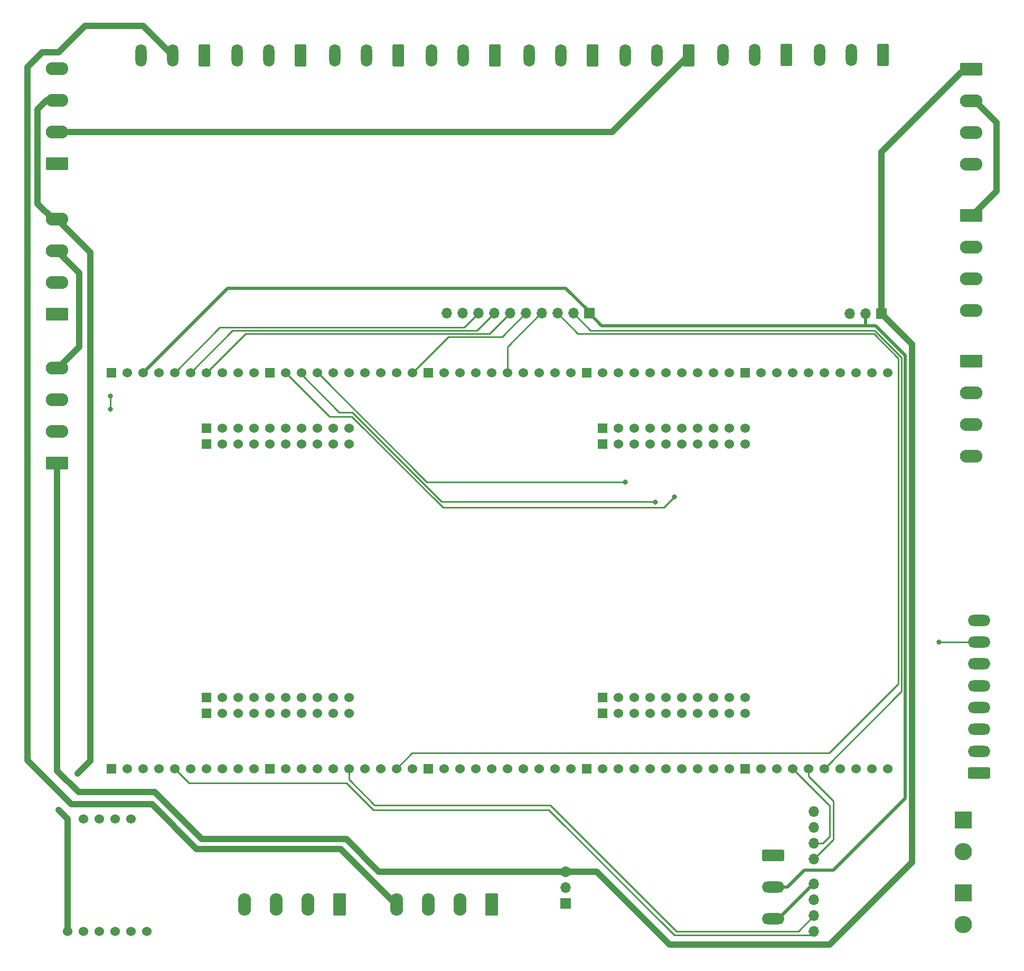
<source format=gbr>
%TF.GenerationSoftware,KiCad,Pcbnew,(6.0.6)*%
%TF.CreationDate,2022-09-09T15:48:10+03:00*%
%TF.ProjectId,main_board,6d61696e-5f62-46f6-9172-642e6b696361,rev?*%
%TF.SameCoordinates,Original*%
%TF.FileFunction,Copper,L2,Bot*%
%TF.FilePolarity,Positive*%
%FSLAX46Y46*%
G04 Gerber Fmt 4.6, Leading zero omitted, Abs format (unit mm)*
G04 Created by KiCad (PCBNEW (6.0.6)) date 2022-09-09 15:48:10*
%MOMM*%
%LPD*%
G01*
G04 APERTURE LIST*
G04 Aperture macros list*
%AMRoundRect*
0 Rectangle with rounded corners*
0 $1 Rounding radius*
0 $2 $3 $4 $5 $6 $7 $8 $9 X,Y pos of 4 corners*
0 Add a 4 corners polygon primitive as box body*
4,1,4,$2,$3,$4,$5,$6,$7,$8,$9,$2,$3,0*
0 Add four circle primitives for the rounded corners*
1,1,$1+$1,$2,$3*
1,1,$1+$1,$4,$5*
1,1,$1+$1,$6,$7*
1,1,$1+$1,$8,$9*
0 Add four rect primitives between the rounded corners*
20,1,$1+$1,$2,$3,$4,$5,0*
20,1,$1+$1,$4,$5,$6,$7,0*
20,1,$1+$1,$6,$7,$8,$9,0*
20,1,$1+$1,$8,$9,$2,$3,0*%
G04 Aperture macros list end*
%TA.AperFunction,ComponentPad*%
%ADD10O,1.700000X1.700000*%
%TD*%
%TA.AperFunction,ComponentPad*%
%ADD11R,2.800000X2.800000*%
%TD*%
%TA.AperFunction,ComponentPad*%
%ADD12O,2.800000X2.800000*%
%TD*%
%TA.AperFunction,ComponentPad*%
%ADD13RoundRect,0.249999X1.550001X-0.790001X1.550001X0.790001X-1.550001X0.790001X-1.550001X-0.790001X0*%
%TD*%
%TA.AperFunction,ComponentPad*%
%ADD14O,3.600000X2.080000*%
%TD*%
%TA.AperFunction,ComponentPad*%
%ADD15C,1.524000*%
%TD*%
%TA.AperFunction,ComponentPad*%
%ADD16RoundRect,0.249999X-1.550001X0.790001X-1.550001X-0.790001X1.550001X-0.790001X1.550001X0.790001X0*%
%TD*%
%TA.AperFunction,ComponentPad*%
%ADD17R,1.700000X1.700000*%
%TD*%
%TA.AperFunction,ComponentPad*%
%ADD18O,1.800000X3.600000*%
%TD*%
%TA.AperFunction,ComponentPad*%
%ADD19RoundRect,0.250000X0.650000X1.550000X-0.650000X1.550000X-0.650000X-1.550000X0.650000X-1.550000X0*%
%TD*%
%TA.AperFunction,ComponentPad*%
%ADD20RoundRect,0.250000X1.550000X-0.650000X1.550000X0.650000X-1.550000X0.650000X-1.550000X-0.650000X0*%
%TD*%
%TA.AperFunction,ComponentPad*%
%ADD21O,3.600000X1.800000*%
%TD*%
%TA.AperFunction,ComponentPad*%
%ADD22RoundRect,0.249999X0.790001X1.550001X-0.790001X1.550001X-0.790001X-1.550001X0.790001X-1.550001X0*%
%TD*%
%TA.AperFunction,ComponentPad*%
%ADD23O,2.080000X3.600000*%
%TD*%
%TA.AperFunction,ComponentPad*%
%ADD24R,1.524000X1.524000*%
%TD*%
%TA.AperFunction,ComponentPad*%
%ADD25RoundRect,0.250000X-1.550000X0.650000X-1.550000X-0.650000X1.550000X-0.650000X1.550000X0.650000X0*%
%TD*%
%TA.AperFunction,ViaPad*%
%ADD26C,0.800000*%
%TD*%
%TA.AperFunction,Conductor*%
%ADD27C,0.250000*%
%TD*%
%TA.AperFunction,Conductor*%
%ADD28C,0.500000*%
%TD*%
%TA.AperFunction,Conductor*%
%ADD29C,1.000000*%
%TD*%
G04 APERTURE END LIST*
D10*
%TO.P,U4,1,3.3V*%
%TO.N,/TRANSCEIVER_ON_OFF*%
X142536400Y-147451200D03*
%TO.P,U4,2,GND*%
%TO.N,GND*%
X142536400Y-149991200D03*
%TO.P,U4,3,RX*%
%TO.N,DCAN1RX*%
X142536400Y-152531200D03*
%TO.P,U4,4,TX*%
%TO.N,DCAN1TX*%
X142536400Y-155071200D03*
D11*
%TO.P,U4,5,CANH*%
%TO.N,/CANH_BMS*%
X166502400Y-148841200D03*
D12*
%TO.P,U4,6,CANL*%
%TO.N,/CANL_BMS*%
X166502400Y-153921200D03*
%TD*%
D10*
%TO.P,U3,1,3.3V*%
%TO.N,/TRANSCEIVER_ON_OFF*%
X142587200Y-159084400D03*
%TO.P,U3,2,GND*%
%TO.N,GND*%
X142587200Y-161624400D03*
%TO.P,U3,3,RX*%
%TO.N,GIOB_3{slash}DCAN4RX*%
X142587200Y-164164400D03*
%TO.P,U3,4,TX*%
%TO.N,GIOB_2{slash}DCAN4TX*%
X142587200Y-166704400D03*
D11*
%TO.P,U3,5,CANH*%
%TO.N,/CANH_CURTIS*%
X166553200Y-160474400D03*
D12*
%TO.P,U3,6,CANL*%
%TO.N,/CANL_CURTIS*%
X166553200Y-165554400D03*
%TD*%
D13*
%TO.P,J5,1,Pin_1*%
%TO.N,+5V*%
X21285200Y-91592400D03*
D14*
%TO.P,J5,2,Pin_2*%
X21285200Y-86512400D03*
%TO.P,J5,3,Pin_3*%
X21285200Y-81432400D03*
%TO.P,J5,4,Pin_4*%
X21285200Y-76352400D03*
%TD*%
D15*
%TO.P,U1,1,Vin*%
%TO.N,+5V*%
X22963800Y-166625000D03*
%TO.P,U1,2,3Vo*%
%TO.N,unconnected-(U1-Pad2)*%
X25503800Y-166625000D03*
%TO.P,U1,3,GND*%
%TO.N,GND*%
X28043800Y-166625000D03*
%TO.P,U1,4,SDA*%
%TO.N,MIBSPI3NCS_2{slash}I2C1_SDA{slash}N2HET1_27{slash}NTZ1_2*%
X30583800Y-166625000D03*
%TO.P,U1,5,SCL*%
%TO.N,MIBSPI3NCS_3{slash}I2C1_SCL{slash}N2HET1_29{slash}NTZ1_1*%
X33123800Y-166625000D03*
%TO.P,U1,6,RESET*%
%TO.N,unconnected-(U1-Pad6)*%
X35663800Y-166625000D03*
%TO.P,U1,7,PS0_3V*%
%TO.N,unconnected-(U1-Pad7)*%
X25503800Y-148591000D03*
%TO.P,U1,8,PS1_3V*%
%TO.N,unconnected-(U1-Pad8)*%
X28043800Y-148591000D03*
%TO.P,U1,9,INT_3V*%
%TO.N,unconnected-(U1-Pad9)*%
X30583800Y-148591000D03*
%TO.P,U1,10,I2C_ADDR_3V*%
%TO.N,unconnected-(U1-Pad10)*%
X33123800Y-148591000D03*
%TD*%
D13*
%TO.P,J1,1,Pin_1*%
%TO.N,N2HET2_2{slash}N2HET2_NDIS*%
X21285200Y-43586400D03*
D14*
%TO.P,J1,2,Pin_2*%
%TO.N,/SARJ START*%
X21285200Y-38506400D03*
%TO.P,J1,3,Pin_3*%
%TO.N,GND*%
X21285200Y-33426400D03*
%TO.P,J1,4,Pin_4*%
X21285200Y-28346400D03*
%TD*%
D16*
%TO.P,J2,1,Pin_1*%
%TO.N,+5V*%
X167781100Y-28448000D03*
D14*
%TO.P,J2,2,Pin_2*%
%TO.N,+12V*%
X167781100Y-33528000D03*
%TO.P,J2,3,Pin_3*%
%TO.N,+24V*%
X167781100Y-38608000D03*
%TO.P,J2,4,Pin_4*%
%TO.N,GND*%
X167781100Y-43688000D03*
%TD*%
D17*
%TO.P,MODULE1,1,JD-VCC*%
%TO.N,+5V*%
X153408000Y-67586000D03*
D10*
%TO.P,MODULE1,2,VCC*%
%TO.N,+3V3*%
X150868000Y-67586000D03*
%TO.P,MODULE1,3,GND*%
%TO.N,GND*%
X148328000Y-67586000D03*
%TO.P,MODULE1,4,GND*%
X83693000Y-67564000D03*
%TO.P,MODULE1,5,IN1*%
%TO.N,N2HET2_9*%
X86233000Y-67564000D03*
%TO.P,MODULE1,6,IN2*%
%TO.N,N2HET2_0*%
X88773000Y-67564000D03*
%TO.P,MODULE1,7,IN3*%
%TO.N,N2HET2_1{slash}N2HET1_NDIS*%
X91313000Y-67564000D03*
%TO.P,MODULE1,8,IN4*%
%TO.N,N2HET2_6*%
X93853000Y-67564000D03*
%TO.P,MODULE1,9,IN5*%
%TO.N,N2HET2_7{slash}MIBSPI2NCS_0*%
X96393000Y-67564000D03*
%TO.P,MODULE1,10,IN6*%
%TO.N,N2HET2_10*%
X98933000Y-67564000D03*
%TO.P,MODULE1,11,IN7*%
%TO.N,N2HET2_8*%
X101473000Y-67564000D03*
%TO.P,MODULE1,12,IN8*%
%TO.N,N2HET2_13{slash}MIBSPI2SOMI*%
X104013000Y-67564000D03*
D17*
%TO.P,MODULE1,13,VCC*%
%TO.N,+3V3*%
X106553000Y-67564000D03*
D18*
%TO.P,MODULE1,14,K1_NC*%
%TO.N,unconnected-(MODULE1-Pad14)*%
X34671000Y-26199000D03*
%TO.P,MODULE1,15,K1_COM*%
%TO.N,+24V*%
X39751000Y-26199000D03*
D19*
%TO.P,MODULE1,16,K1_NO*%
%TO.N,/BUZZER ALARM*%
X44831000Y-26199000D03*
D18*
%TO.P,MODULE1,17,K2_NC*%
%TO.N,unconnected-(MODULE1-Pad17)*%
X50131000Y-26199000D03*
%TO.P,MODULE1,18,K2_COM*%
%TO.N,+24V*%
X55211000Y-26199000D03*
D19*
%TO.P,MODULE1,19,K2_NO*%
%TO.N,/RED ALARM*%
X60291000Y-26199000D03*
D18*
%TO.P,MODULE1,20,K3_NC*%
%TO.N,unconnected-(MODULE1-Pad20)*%
X65786000Y-26199000D03*
%TO.P,MODULE1,21,K3_COM*%
%TO.N,+24V*%
X70866000Y-26199000D03*
D19*
%TO.P,MODULE1,22,K3_NO*%
%TO.N,/YELLOW ALARM*%
X75946000Y-26199000D03*
D18*
%TO.P,MODULE1,23,K4_NC*%
%TO.N,unconnected-(MODULE1-Pad23)*%
X81246000Y-26199000D03*
%TO.P,MODULE1,24,K4_COM*%
%TO.N,+24V*%
X86326000Y-26199000D03*
D19*
%TO.P,MODULE1,25,K4_NO*%
%TO.N,/GREEN ALARM*%
X91406000Y-26199000D03*
D18*
%TO.P,MODULE1,26,K5_NC*%
%TO.N,unconnected-(MODULE1-Pad26)*%
X96901000Y-26199000D03*
%TO.P,MODULE1,27,K5_COM*%
%TO.N,/KAPI_KUMANDA_SW1*%
X101981000Y-26199000D03*
D19*
%TO.P,MODULE1,28,K5_NO*%
%TO.N,/KAPI_KUMANDA_SW2*%
X107061000Y-26199000D03*
D18*
%TO.P,MODULE1,29,K6_NC*%
%TO.N,unconnected-(MODULE1-Pad29)*%
X112361000Y-26199000D03*
%TO.P,MODULE1,30,K6_COM*%
%TO.N,+24V*%
X117441000Y-26199000D03*
D19*
%TO.P,MODULE1,31,K6_NO*%
%TO.N,/SARJ START*%
X122521000Y-26199000D03*
D18*
%TO.P,MODULE1,32,K7_NC*%
%TO.N,unconnected-(MODULE1-Pad32)*%
X128050000Y-26162000D03*
%TO.P,MODULE1,33,K7_COM*%
%TO.N,/PC_ON_HEADER_GND*%
X133130000Y-26162000D03*
D19*
%TO.P,MODULE1,34,K7_NO*%
%TO.N,/PC_ON_HEADER*%
X138210000Y-26162000D03*
D18*
%TO.P,MODULE1,35,K8_NC*%
%TO.N,unconnected-(MODULE1-Pad35)*%
X143510000Y-26162000D03*
%TO.P,MODULE1,36,K8_COM*%
%TO.N,unconnected-(MODULE1-Pad36)*%
X148590000Y-26162000D03*
D19*
%TO.P,MODULE1,37,K8_NO*%
%TO.N,unconnected-(MODULE1-Pad37)*%
X153670000Y-26162000D03*
%TD*%
D20*
%TO.P,J4,1,Pin_1*%
%TO.N,N2HET2_23*%
X169095300Y-141264500D03*
D21*
%TO.P,J4,2,Pin_2*%
%TO.N,N2HET2_11*%
X169095300Y-137764500D03*
%TO.P,J4,3,Pin_3*%
%TO.N,DCAN2TX*%
X169095300Y-134264500D03*
%TO.P,J4,4,Pin_4*%
%TO.N,DCAN2RX*%
X169095300Y-130764500D03*
%TO.P,J4,5,Pin_5*%
%TO.N,AD2IN_23*%
X169095300Y-127264500D03*
%TO.P,J4,6,Pin_6*%
%TO.N,AD2IN_24*%
X169095300Y-123764500D03*
%TO.P,J4,7,Pin_7*%
%TO.N,N2HET2_3{slash}MIBSPI2CLK*%
X169095300Y-120264500D03*
%TO.P,J4,8,Pin_8*%
%TO.N,N2HET2_4*%
X169095300Y-116764500D03*
%TD*%
D22*
%TO.P,J9,1,Pin_1*%
%TO.N,GND*%
X66548000Y-162356800D03*
D23*
%TO.P,J9,2,Pin_2*%
X61468000Y-162356800D03*
%TO.P,J9,3,Pin_3*%
X56388000Y-162356800D03*
%TO.P,J9,4,Pin_4*%
X51308000Y-162356800D03*
%TD*%
D16*
%TO.P,J6,1,Pin_1*%
%TO.N,+12V*%
X167813100Y-51866800D03*
D14*
%TO.P,J6,2,Pin_2*%
X167813100Y-56946800D03*
%TO.P,J6,3,Pin_3*%
X167813100Y-62026800D03*
%TO.P,J6,4,Pin_4*%
X167813100Y-67106800D03*
%TD*%
D13*
%TO.P,J3,1,Pin_1*%
%TO.N,MIBSPI3NCS_2{slash}I2C1_SDA{slash}N2HET1_27{slash}NTZ1_2*%
X21285200Y-67716400D03*
D14*
%TO.P,J3,2,Pin_2*%
%TO.N,MIBSPI3NCS_3{slash}I2C1_SCL{slash}N2HET1_29{slash}NTZ1_1*%
X21285200Y-62636400D03*
%TO.P,J3,3,Pin_3*%
%TO.N,+5V*%
X21285200Y-57556400D03*
%TO.P,J3,4,Pin_4*%
%TO.N,GND*%
X21285200Y-52476400D03*
%TD*%
D16*
%TO.P,J8,1,Pin_1*%
%TO.N,GND*%
X167781100Y-75234800D03*
D14*
%TO.P,J8,2,Pin_2*%
X167781100Y-80314800D03*
%TO.P,J8,3,Pin_3*%
X167781100Y-85394800D03*
%TO.P,J8,4,Pin_4*%
X167781100Y-90474800D03*
%TD*%
D15*
%TO.P,U2,J10_50,J10_50*%
%TO.N,unconnected-(U2-PadJ10_50)*%
X154406600Y-140578200D03*
%TO.P,U2,J10_49,J10_49*%
%TO.N,unconnected-(U2-PadJ10_49)*%
X151866600Y-140578200D03*
%TO.P,U2,J10_48,J10_48*%
%TO.N,unconnected-(U2-PadJ10_48)*%
X149326600Y-140578200D03*
%TO.P,U2,J10_47,J10_47*%
%TO.N,unconnected-(U2-PadJ10_47)*%
X146786600Y-140578200D03*
%TO.P,U2,J10_46,J10_46*%
%TO.N,N2HET2_13{slash}MIBSPI2SOMI*%
X144246600Y-140578200D03*
%TO.P,U2,J10_45,J10_45*%
%TO.N,DCAN1TX*%
X141706600Y-140578200D03*
%TO.P,U2,J10_44,J10_44*%
%TO.N,DCAN1RX*%
X139166600Y-140578200D03*
%TO.P,U2,J10_43,J10_43*%
%TO.N,unconnected-(U2-PadJ10_43)*%
X136626600Y-140578200D03*
%TO.P,U2,J10_42,J10_42*%
%TO.N,unconnected-(U2-PadJ10_42)*%
X134086600Y-140578200D03*
D24*
%TO.P,U2,J10_41,J10_41*%
%TO.N,unconnected-(U2-PadJ10_41)*%
X131546600Y-140578200D03*
D15*
%TO.P,U2,J10_40,J10_40*%
%TO.N,unconnected-(U2-PadJ10_40)*%
X129006600Y-140578200D03*
%TO.P,U2,J10_39,J10_39*%
%TO.N,unconnected-(U2-PadJ10_39)*%
X126466600Y-140578200D03*
%TO.P,U2,J10_38,J10_38*%
%TO.N,unconnected-(U2-PadJ10_38)*%
X123926600Y-140578200D03*
%TO.P,U2,J10_37,J10_37*%
%TO.N,unconnected-(U2-PadJ10_37)*%
X121386600Y-140578200D03*
%TO.P,U2,J10_36,J10_36*%
%TO.N,unconnected-(U2-PadJ10_36)*%
X118846600Y-140578200D03*
%TO.P,U2,J10_35,J10_35*%
%TO.N,unconnected-(U2-PadJ10_35)*%
X116306600Y-140578200D03*
%TO.P,U2,J10_34,J10_34*%
%TO.N,unconnected-(U2-PadJ10_34)*%
X113766600Y-140578200D03*
%TO.P,U2,J10_33,J10_33*%
%TO.N,unconnected-(U2-PadJ10_33)*%
X111226600Y-140578200D03*
%TO.P,U2,J10_32,J10_32*%
%TO.N,unconnected-(U2-PadJ10_32)*%
X108686600Y-140578200D03*
D24*
%TO.P,U2,J10_31,J10_31*%
%TO.N,unconnected-(U2-PadJ10_31)*%
X106146600Y-140578200D03*
D15*
%TO.P,U2,J10_30,J10_30*%
%TO.N,unconnected-(U2-PadJ10_30)*%
X103606600Y-140578200D03*
%TO.P,U2,J10_29,J10_29*%
%TO.N,unconnected-(U2-PadJ10_29)*%
X101066600Y-140578200D03*
%TO.P,U2,J10_28,J10_28*%
%TO.N,unconnected-(U2-PadJ10_28)*%
X98526600Y-140578200D03*
%TO.P,U2,J10_27,J10_27*%
%TO.N,unconnected-(U2-PadJ10_27)*%
X95986600Y-140578200D03*
%TO.P,U2,J10_26,J10_26*%
%TO.N,unconnected-(U2-PadJ10_26)*%
X93446600Y-140578200D03*
%TO.P,U2,J10_25,J10_25*%
%TO.N,unconnected-(U2-PadJ10_25)*%
X90906600Y-140578200D03*
%TO.P,U2,J10_24,J10_24*%
%TO.N,unconnected-(U2-PadJ10_24)*%
X88366600Y-140578200D03*
%TO.P,U2,J10_23,J10_23*%
%TO.N,unconnected-(U2-PadJ10_23)*%
X85826600Y-140578200D03*
%TO.P,U2,J10_22,J10_22*%
%TO.N,unconnected-(U2-PadJ10_22)*%
X83286600Y-140578200D03*
D24*
%TO.P,U2,J10_21,J10_21*%
%TO.N,unconnected-(U2-PadJ10_21)*%
X80746600Y-140578200D03*
D15*
%TO.P,U2,J10_20,J10_20*%
%TO.N,unconnected-(U2-PadJ10_20)*%
X78206600Y-140578200D03*
%TO.P,U2,J10_19,J10_19*%
%TO.N,N2HET2_8*%
X75666600Y-140578200D03*
%TO.P,U2,J10_18,J10_18*%
%TO.N,unconnected-(U2-PadJ10_18)*%
X73126600Y-140578200D03*
%TO.P,U2,J10_17,J10_17*%
%TO.N,unconnected-(U2-PadJ10_17)*%
X70586600Y-140578200D03*
%TO.P,U2,J10_16,J10_16*%
%TO.N,GIOB_3{slash}DCAN4RX*%
X68046600Y-140578200D03*
%TO.P,U2,J10_15,J10_15*%
%TO.N,unconnected-(U2-PadJ10_15)*%
X65506600Y-140578200D03*
%TO.P,U2,J10_14,J10_14*%
%TO.N,unconnected-(U2-PadJ10_14)*%
X62966600Y-140578200D03*
%TO.P,U2,J10_13,J10_13*%
%TO.N,unconnected-(U2-PadJ10_13)*%
X60426600Y-140578200D03*
%TO.P,U2,J10_12,J10_12*%
%TO.N,unconnected-(U2-PadJ10_12)*%
X57886600Y-140578200D03*
D24*
%TO.P,U2,J10_11,J10_11*%
%TO.N,unconnected-(U2-PadJ10_11)*%
X55346600Y-140578200D03*
D15*
%TO.P,U2,J10_10,J10_10*%
%TO.N,unconnected-(U2-PadJ10_10)*%
X52806600Y-140578200D03*
%TO.P,U2,J10_9,J10_9*%
%TO.N,unconnected-(U2-PadJ10_9)*%
X50266600Y-140578200D03*
%TO.P,U2,J10_8,J10_8*%
%TO.N,unconnected-(U2-PadJ10_8)*%
X47726600Y-140578200D03*
%TO.P,U2,J10_7,J10_7*%
%TO.N,unconnected-(U2-PadJ10_7)*%
X45186600Y-140578200D03*
%TO.P,U2,J10_6,J10_6*%
%TO.N,unconnected-(U2-PadJ10_6)*%
X42646600Y-140578200D03*
%TO.P,U2,J10_5,J10_5*%
%TO.N,GIOB_2{slash}DCAN4TX*%
X40106600Y-140578200D03*
%TO.P,U2,J10_4,J10_4*%
%TO.N,unconnected-(U2-PadJ10_4)*%
X37566600Y-140578200D03*
%TO.P,U2,J10_3,J10_3*%
%TO.N,unconnected-(U2-PadJ10_3)*%
X35026600Y-140578200D03*
%TO.P,U2,J10_2,J10_2*%
%TO.N,unconnected-(U2-PadJ10_2)*%
X32486600Y-140578200D03*
D24*
%TO.P,U2,J10_1,J10_1*%
%TO.N,unconnected-(U2-PadJ10_1)*%
X29946600Y-140578200D03*
D15*
%TO.P,U2,J9_50,J9_50*%
%TO.N,unconnected-(U2-PadJ9_50)*%
X154406600Y-77078200D03*
%TO.P,U2,J9_49,J9_49*%
%TO.N,unconnected-(U2-PadJ9_49)*%
X151866600Y-77078200D03*
%TO.P,U2,J9_48,J9_48*%
%TO.N,unconnected-(U2-PadJ9_48)*%
X149326600Y-77078200D03*
%TO.P,U2,J9_47,J9_47*%
%TO.N,unconnected-(U2-PadJ9_47)*%
X146786600Y-77078200D03*
%TO.P,U2,J9_46,J9_46*%
%TO.N,unconnected-(U2-PadJ9_46)*%
X144246600Y-77078200D03*
%TO.P,U2,J9_45,J9_45*%
%TO.N,unconnected-(U2-PadJ9_45)*%
X141706600Y-77078200D03*
%TO.P,U2,J9_44,J9_44*%
%TO.N,unconnected-(U2-PadJ9_44)*%
X139166600Y-77078200D03*
%TO.P,U2,J9_43,J9_43*%
%TO.N,unconnected-(U2-PadJ9_43)*%
X136626600Y-77078200D03*
%TO.P,U2,J9_42,J9_42*%
%TO.N,unconnected-(U2-PadJ9_42)*%
X134086600Y-77078200D03*
D24*
%TO.P,U2,J9_41,J9_41*%
%TO.N,unconnected-(U2-PadJ9_41)*%
X131546600Y-77078200D03*
D15*
%TO.P,U2,J9_40,J9_40*%
%TO.N,unconnected-(U2-PadJ9_40)*%
X129006600Y-77078200D03*
%TO.P,U2,J9_39,J9_39*%
%TO.N,unconnected-(U2-PadJ9_39)*%
X126466600Y-77078200D03*
%TO.P,U2,J9_38,J9_38*%
%TO.N,unconnected-(U2-PadJ9_38)*%
X123926600Y-77078200D03*
%TO.P,U2,J9_37,J9_37*%
%TO.N,unconnected-(U2-PadJ9_37)*%
X121386600Y-77078200D03*
%TO.P,U2,J9_36,J9_36*%
%TO.N,unconnected-(U2-PadJ9_36)*%
X118846600Y-77078200D03*
%TO.P,U2,J9_35,J9_35*%
%TO.N,unconnected-(U2-PadJ9_35)*%
X116306600Y-77078200D03*
%TO.P,U2,J9_34,J9_34*%
%TO.N,unconnected-(U2-PadJ9_34)*%
X113766600Y-77078200D03*
%TO.P,U2,J9_33,J9_33*%
%TO.N,unconnected-(U2-PadJ9_33)*%
X111226600Y-77078200D03*
%TO.P,U2,J9_32,J9_32*%
%TO.N,unconnected-(U2-PadJ9_32)*%
X108686600Y-77078200D03*
D24*
%TO.P,U2,J9_31,J9_31*%
%TO.N,unconnected-(U2-PadJ9_31)*%
X106146600Y-77078200D03*
D15*
%TO.P,U2,J9_30,J9_30*%
%TO.N,AD2IN_24*%
X103606600Y-77078200D03*
%TO.P,U2,J9_29,J9_29*%
%TO.N,AD2IN_23*%
X101066600Y-77078200D03*
%TO.P,U2,J9_28,J9_28*%
%TO.N,N2HET2_22*%
X98526600Y-77078200D03*
%TO.P,U2,J9_27,J9_27*%
%TO.N,N2HET2_9*%
X95986600Y-77078200D03*
%TO.P,U2,J9_26,J9_26*%
%TO.N,N2HET2_10*%
X93446600Y-77078200D03*
%TO.P,U2,J9_25,J9_25*%
%TO.N,unconnected-(U2-PadJ9_25)*%
X90906600Y-77078200D03*
%TO.P,U2,J9_24,J9_24*%
%TO.N,N2HET2_11*%
X88366600Y-77078200D03*
%TO.P,U2,J9_23,J9_23*%
%TO.N,N2HET2_23*%
X85826600Y-77078200D03*
%TO.P,U2,J9_22,J9_22*%
%TO.N,N2HET2_14{slash}MIBSPI2SIMO*%
X83286600Y-77078200D03*
D24*
%TO.P,U2,J9_21,J9_21*%
%TO.N,unconnected-(U2-PadJ9_21)*%
X80746600Y-77078200D03*
D15*
%TO.P,U2,J9_20,J9_20*%
%TO.N,N2HET2_7{slash}MIBSPI2NCS_0*%
X78206600Y-77078200D03*
%TO.P,U2,J9_19,J9_19*%
%TO.N,unconnected-(U2-PadJ9_19)*%
X75666600Y-77078200D03*
%TO.P,U2,J9_18,J9_18*%
%TO.N,N2HET2_2{slash}N2HET2_NDIS*%
X73126600Y-77078200D03*
%TO.P,U2,J9_17,J9_17*%
%TO.N,N2HET2_3{slash}MIBSPI2CLK*%
X70586600Y-77078200D03*
%TO.P,U2,J9_16,J9_16*%
%TO.N,unconnected-(U2-PadJ9_16)*%
X68046600Y-77078200D03*
%TO.P,U2,J9_15,J9_15*%
%TO.N,unconnected-(U2-PadJ9_15)*%
X65506600Y-77078200D03*
%TO.P,U2,J9_14,J9_14*%
%TO.N,N2HET2_4*%
X62966600Y-77078200D03*
%TO.P,U2,J9_13,J9_13*%
%TO.N,DCAN2TX*%
X60426600Y-77078200D03*
%TO.P,U2,J9_12,J9_12*%
%TO.N,DCAN2RX*%
X57886600Y-77078200D03*
D24*
%TO.P,U2,J9_11,J9_11*%
%TO.N,unconnected-(U2-PadJ9_11)*%
X55346600Y-77078200D03*
D15*
%TO.P,U2,J9_10,J9_10*%
%TO.N,unconnected-(U2-PadJ9_10)*%
X52806600Y-77078200D03*
%TO.P,U2,J9_9,J9_9*%
%TO.N,unconnected-(U2-PadJ9_9)*%
X50266600Y-77078200D03*
%TO.P,U2,J9_8,J9_8*%
%TO.N,unconnected-(U2-PadJ9_8)*%
X47726600Y-77078200D03*
%TO.P,U2,J9_7,J9_7*%
%TO.N,N2HET2_6*%
X45186600Y-77078200D03*
%TO.P,U2,J9_6,J9_6*%
%TO.N,N2HET2_1{slash}N2HET1_NDIS*%
X42646600Y-77078200D03*
%TO.P,U2,J9_5,J9_5*%
%TO.N,N2HET2_0*%
X40106600Y-77078200D03*
%TO.P,U2,J9_4,J9_4*%
%TO.N,unconnected-(U2-PadJ9_4)*%
X37566600Y-77078200D03*
%TO.P,U2,J9_3,J9_3*%
%TO.N,+3V3*%
X35026600Y-77078200D03*
%TO.P,U2,J9_2,J9_2*%
%TO.N,unconnected-(U2-PadJ9_2)*%
X32486600Y-77078200D03*
D24*
%TO.P,U2,J9_1,J9_1*%
%TO.N,unconnected-(U2-PadJ9_1)*%
X29946600Y-77078200D03*
D15*
%TO.P,U2,J8_10,J8_10*%
%TO.N,unconnected-(U2-PadJ8_10)*%
X131546600Y-88508200D03*
%TO.P,U2,J8_9,J8_9*%
%TO.N,unconnected-(U2-PadJ8_9)*%
X129006600Y-88508200D03*
%TO.P,U2,J8_8,J8_8*%
%TO.N,unconnected-(U2-PadJ8_8)*%
X126466600Y-88508200D03*
%TO.P,U2,J8_7,J8_7*%
%TO.N,unconnected-(U2-PadJ8_7)*%
X123926600Y-88508200D03*
%TO.P,U2,J8_6,J8_6*%
%TO.N,unconnected-(U2-PadJ8_6)*%
X121386600Y-88508200D03*
%TO.P,U2,J8_5,J8_5*%
%TO.N,unconnected-(U2-PadJ8_5)*%
X118846600Y-88508200D03*
%TO.P,U2,J8_4,J8_4*%
%TO.N,unconnected-(U2-PadJ8_4)*%
X116306600Y-88508200D03*
%TO.P,U2,J8_3,J8_3*%
%TO.N,unconnected-(U2-PadJ8_3)*%
X113766600Y-88508200D03*
%TO.P,U2,J8_2,J8_2*%
%TO.N,unconnected-(U2-PadJ8_2)*%
X111226600Y-88508200D03*
D24*
%TO.P,U2,J8_1,J8_1*%
%TO.N,unconnected-(U2-PadJ8_1)*%
X108686600Y-88508200D03*
D15*
%TO.P,U2,J7_10,J7_10*%
%TO.N,unconnected-(U2-PadJ7_10)*%
X131546600Y-129148200D03*
%TO.P,U2,J7_9,J7_9*%
%TO.N,unconnected-(U2-PadJ7_9)*%
X129006600Y-129148200D03*
%TO.P,U2,J7_8,J7_8*%
%TO.N,unconnected-(U2-PadJ7_8)*%
X126466600Y-129148200D03*
%TO.P,U2,J7_7,J7_7*%
%TO.N,unconnected-(U2-PadJ7_7)*%
X123926600Y-129148200D03*
%TO.P,U2,J7_6,J7_6*%
%TO.N,unconnected-(U2-PadJ7_6)*%
X121386600Y-129148200D03*
%TO.P,U2,J7_5,J7_5*%
%TO.N,unconnected-(U2-PadJ7_5)*%
X118846600Y-129148200D03*
%TO.P,U2,J7_4,J7_4*%
%TO.N,unconnected-(U2-PadJ7_4)*%
X116306600Y-129148200D03*
%TO.P,U2,J7_3,J7_3*%
%TO.N,unconnected-(U2-PadJ7_3)*%
X113766600Y-129148200D03*
%TO.P,U2,J7_2,J7_2*%
%TO.N,unconnected-(U2-PadJ7_2)*%
X111226600Y-129148200D03*
D24*
%TO.P,U2,J7_1,J7_1*%
%TO.N,unconnected-(U2-PadJ7_1)*%
X108686600Y-129148200D03*
D15*
%TO.P,U2,J6_10,J6_10*%
%TO.N,unconnected-(U2-PadJ6_10)*%
X131546600Y-85968200D03*
%TO.P,U2,J6_9,J6_9*%
%TO.N,unconnected-(U2-PadJ6_9)*%
X129006600Y-85968200D03*
%TO.P,U2,J6_8,J6_8*%
%TO.N,unconnected-(U2-PadJ6_8)*%
X126466600Y-85968200D03*
%TO.P,U2,J6_7,J6_7*%
%TO.N,unconnected-(U2-PadJ6_7)*%
X123926600Y-85968200D03*
%TO.P,U2,J6_6,J6_6*%
%TO.N,unconnected-(U2-PadJ6_6)*%
X121386600Y-85968200D03*
%TO.P,U2,J6_5,J6_5*%
%TO.N,unconnected-(U2-PadJ6_5)*%
X118846600Y-85968200D03*
%TO.P,U2,J6_4,J6_4*%
%TO.N,unconnected-(U2-PadJ6_4)*%
X116306600Y-85968200D03*
%TO.P,U2,J6_3,J6_3*%
%TO.N,unconnected-(U2-PadJ6_3)*%
X113766600Y-85968200D03*
%TO.P,U2,J6_2,J6_2*%
%TO.N,unconnected-(U2-PadJ6_2)*%
X111226600Y-85968200D03*
D24*
%TO.P,U2,J6_1,J6_1*%
%TO.N,unconnected-(U2-PadJ6_1)*%
X108686600Y-85968200D03*
D15*
%TO.P,U2,J5_10,J5_10*%
%TO.N,unconnected-(U2-PadJ5_10)*%
X131546600Y-131688200D03*
%TO.P,U2,J5_9,J5_9*%
%TO.N,unconnected-(U2-PadJ5_9)*%
X129006600Y-131688200D03*
%TO.P,U2,J5_8,J5_8*%
%TO.N,unconnected-(U2-PadJ5_8)*%
X126466600Y-131688200D03*
%TO.P,U2,J5_7,J5_7*%
%TO.N,unconnected-(U2-PadJ5_7)*%
X123926600Y-131688200D03*
%TO.P,U2,J5_6,J5_6*%
%TO.N,unconnected-(U2-PadJ5_6)*%
X121386600Y-131688200D03*
%TO.P,U2,J5_5,J5_5*%
%TO.N,unconnected-(U2-PadJ5_5)*%
X118846600Y-131688200D03*
%TO.P,U2,J5_4,J5_4*%
%TO.N,unconnected-(U2-PadJ5_4)*%
X116306600Y-131688200D03*
%TO.P,U2,J5_3,J5_3*%
%TO.N,unconnected-(U2-PadJ5_3)*%
X113766600Y-131688200D03*
%TO.P,U2,J5_2,J5_2*%
%TO.N,unconnected-(U2-PadJ5_2)*%
X111226600Y-131688200D03*
D24*
%TO.P,U2,J5_1,J5_1*%
%TO.N,unconnected-(U2-PadJ5_1)*%
X108686600Y-131688200D03*
D15*
%TO.P,U2,J4_10,J4_10*%
%TO.N,unconnected-(U2-PadJ4_10)*%
X68046600Y-88508200D03*
%TO.P,U2,J4_9,J4_9*%
%TO.N,unconnected-(U2-PadJ4_9)*%
X65506600Y-88508200D03*
%TO.P,U2,J4_8,J4_8*%
%TO.N,unconnected-(U2-PadJ4_8)*%
X62966600Y-88508200D03*
%TO.P,U2,J4_7,J4_7*%
%TO.N,unconnected-(U2-PadJ4_7)*%
X60426600Y-88508200D03*
%TO.P,U2,J4_6,J4_6*%
%TO.N,unconnected-(U2-PadJ4_6)*%
X57886600Y-88508200D03*
%TO.P,U2,J4_5,J4_5*%
%TO.N,unconnected-(U2-PadJ4_5)*%
X55346600Y-88508200D03*
%TO.P,U2,J4_4,J4_4*%
%TO.N,unconnected-(U2-PadJ4_4)*%
X52806600Y-88508200D03*
%TO.P,U2,J4_3,J4_3*%
%TO.N,unconnected-(U2-PadJ4_3)*%
X50266600Y-88508200D03*
%TO.P,U2,J4_2,J4_2*%
%TO.N,unconnected-(U2-PadJ4_2)*%
X47726600Y-88508200D03*
D24*
%TO.P,U2,J4_1,J4_1*%
%TO.N,unconnected-(U2-PadJ4_1)*%
X45186600Y-88508200D03*
D15*
%TO.P,U2,J3_10,J3_10*%
%TO.N,unconnected-(U2-PadJ3_10)*%
X68046600Y-129148200D03*
%TO.P,U2,J3_9,J3_9*%
%TO.N,unconnected-(U2-PadJ3_9)*%
X65506600Y-129148200D03*
%TO.P,U2,J3_8,J3_8*%
%TO.N,unconnected-(U2-PadJ3_8)*%
X62966600Y-129148200D03*
%TO.P,U2,J3_7,J3_7*%
%TO.N,unconnected-(U2-PadJ3_7)*%
X60426600Y-129148200D03*
%TO.P,U2,J3_6,J3_6*%
%TO.N,unconnected-(U2-PadJ3_6)*%
X57886600Y-129148200D03*
%TO.P,U2,J3_5,J3_5*%
%TO.N,unconnected-(U2-PadJ3_5)*%
X55346600Y-129148200D03*
%TO.P,U2,J3_4,J3_4*%
%TO.N,unconnected-(U2-PadJ3_4)*%
X52806600Y-129148200D03*
%TO.P,U2,J3_3,J3_3*%
%TO.N,unconnected-(U2-PadJ3_3)*%
X50266600Y-129148200D03*
%TO.P,U2,J3_2,J3_2*%
%TO.N,unconnected-(U2-PadJ3_2)*%
X47726600Y-129148200D03*
D24*
%TO.P,U2,J3_1,J3_1*%
%TO.N,unconnected-(U2-PadJ3_1)*%
X45186600Y-129148200D03*
D15*
%TO.P,U2,J2_10,J2_10*%
%TO.N,unconnected-(U2-PadJ2_10)*%
X68046600Y-85968200D03*
%TO.P,U2,J2_9,J2_9*%
%TO.N,MIBSPI3NCS_3{slash}I2C1_SCL{slash}N2HET1_29{slash}NTZ1_1*%
X65506600Y-85968200D03*
%TO.P,U2,J2_8,J2_8*%
%TO.N,MIBSPI3NCS_2{slash}I2C1_SDA{slash}N2HET1_27{slash}NTZ1_2*%
X62966600Y-85968200D03*
%TO.P,U2,J2_7,J2_7*%
%TO.N,unconnected-(U2-PadJ2_7)*%
X60426600Y-85968200D03*
%TO.P,U2,J2_6,J2_6*%
%TO.N,unconnected-(U2-PadJ2_6)*%
X57886600Y-85968200D03*
%TO.P,U2,J2_5,J2_5*%
%TO.N,unconnected-(U2-PadJ2_5)*%
X55346600Y-85968200D03*
%TO.P,U2,J2_4,J2_4*%
%TO.N,unconnected-(U2-PadJ2_4)*%
X52806600Y-85968200D03*
%TO.P,U2,J2_3,J2_3*%
%TO.N,unconnected-(U2-PadJ2_3)*%
X50266600Y-85968200D03*
%TO.P,U2,J2_2,J2_2*%
%TO.N,unconnected-(U2-PadJ2_2)*%
X47726600Y-85968200D03*
D24*
%TO.P,U2,J2_1,J2_1*%
%TO.N,unconnected-(U2-PadJ2_1)*%
X45186600Y-85968200D03*
D15*
%TO.P,U2,J1_10,J1_10*%
%TO.N,unconnected-(U2-PadJ1_10)*%
X68046600Y-131688200D03*
%TO.P,U2,J1_9,J1_9*%
%TO.N,unconnected-(U2-PadJ1_9)*%
X65506600Y-131688200D03*
%TO.P,U2,J1_8,J1_8*%
%TO.N,unconnected-(U2-PadJ1_8)*%
X62966600Y-131688200D03*
%TO.P,U2,J1_7,J1_7*%
%TO.N,unconnected-(U2-PadJ1_7)*%
X60426600Y-131688200D03*
%TO.P,U2,J1_6,J1_6*%
%TO.N,unconnected-(U2-PadJ1_6)*%
X57886600Y-131688200D03*
%TO.P,U2,J1_5,J1_5*%
%TO.N,unconnected-(U2-PadJ1_5)*%
X55346600Y-131688200D03*
%TO.P,U2,J1_4,J1_4*%
%TO.N,unconnected-(U2-PadJ1_4)*%
X52806600Y-131688200D03*
%TO.P,U2,J1_3,J1_3*%
%TO.N,unconnected-(U2-PadJ1_3)*%
X50266600Y-131688200D03*
%TO.P,U2,J1_2,J1_2*%
%TO.N,unconnected-(U2-PadJ1_2)*%
X47726600Y-131688200D03*
D24*
%TO.P,U2,J1_1,J1_1*%
%TO.N,unconnected-(U2-PadJ1_1)*%
X45186600Y-131688200D03*
%TD*%
D10*
%TO.P,U5,6,5V*%
%TO.N,+5V*%
X102805200Y-157126000D03*
%TO.P,U5,5,GND*%
%TO.N,GND*%
X102805200Y-159666000D03*
D17*
%TO.P,U5,4,IN*%
%TO.N,N2HET2_14{slash}MIBSPI2SIMO*%
X102805200Y-162206000D03*
D25*
%TO.P,U5,3,NC*%
%TO.N,unconnected-(U5-Pad3)*%
X136019200Y-154498000D03*
D21*
%TO.P,U5,2,COM*%
%TO.N,+3V3*%
X136019200Y-159578000D03*
%TO.P,U5,1,NO*%
%TO.N,/TRANSCEIVER_ON_OFF*%
X136019200Y-164658000D03*
%TD*%
D22*
%TO.P,J7,1,Pin_1*%
%TO.N,+24V*%
X90932000Y-162356800D03*
D23*
%TO.P,J7,2,Pin_2*%
X85852000Y-162356800D03*
%TO.P,J7,3,Pin_3*%
X80772000Y-162356800D03*
%TO.P,J7,4,Pin_4*%
X75692000Y-162356800D03*
%TD*%
D26*
%TO.N,MIBSPI3NCS_3{slash}I2C1_SCL{slash}N2HET1_29{slash}NTZ1_1*%
X29819600Y-80822800D03*
X29819600Y-82905600D03*
%TO.N,+5V*%
X24688800Y-144322800D03*
X21539200Y-147218400D03*
%TO.N,GND*%
X24536400Y-141376400D03*
%TO.N,DCAN2RX*%
X120243600Y-97028000D03*
%TO.N,DCAN2TX*%
X117144800Y-97840800D03*
%TO.N,N2HET2_4*%
X112318800Y-94589600D03*
%TO.N,N2HET2_3{slash}MIBSPI2CLK*%
X162610800Y-120243600D03*
%TD*%
D27*
%TO.N,DCAN1TX*%
X145694400Y-145796000D02*
X145694400Y-151942800D01*
X141706600Y-141808200D02*
X145694400Y-145796000D01*
X141706600Y-140578200D02*
X141706600Y-141808200D01*
X145694400Y-151942800D02*
X142566000Y-155071200D01*
X142566000Y-155071200D02*
X142536400Y-155071200D01*
%TO.N,DCAN1RX*%
X145084800Y-151434800D02*
X143988400Y-152531200D01*
X143988400Y-152531200D02*
X142536400Y-152531200D01*
X139166600Y-140578200D02*
X145084800Y-146496400D01*
X145084800Y-146496400D02*
X145084800Y-151434800D01*
%TO.N,GIOB_2{slash}DCAN4TX*%
X67614800Y-142849600D02*
X42378000Y-142849600D01*
X71932800Y-147167600D02*
X67614800Y-142849600D01*
X100076000Y-147167600D02*
X71932800Y-147167600D01*
X42378000Y-142849600D02*
X40106600Y-140578200D01*
X120192800Y-167284400D02*
X100076000Y-147167600D01*
X142007200Y-167284400D02*
X120192800Y-167284400D01*
X142587200Y-166704400D02*
X142007200Y-167284400D01*
%TO.N,GIOB_3{slash}DCAN4RX*%
X68046600Y-142316200D02*
X68046600Y-140578200D01*
X120555600Y-166631200D02*
X100330000Y-146405600D01*
X72136000Y-146405600D02*
X68046600Y-142316200D01*
X140120400Y-166631200D02*
X120555600Y-166631200D01*
X100330000Y-146405600D02*
X72136000Y-146405600D01*
X142587200Y-164164400D02*
X140120400Y-166631200D01*
D28*
%TO.N,/TRANSCEIVER_ON_OFF*%
X142515200Y-159084400D02*
X136941600Y-164658000D01*
X142587200Y-159084400D02*
X142515200Y-159084400D01*
X136941600Y-164658000D02*
X136019200Y-164658000D01*
D27*
%TO.N,DCAN2RX*%
X68529200Y-84124800D02*
X64933200Y-84124800D01*
X83108800Y-98704400D02*
X68529200Y-84124800D01*
X120243600Y-97028000D02*
X118567200Y-98704400D01*
X118567200Y-98704400D02*
X83108800Y-98704400D01*
X64933200Y-84124800D02*
X57886600Y-77078200D01*
%TO.N,DCAN2TX*%
X60426600Y-77343000D02*
X60426600Y-77078200D01*
X66497200Y-83413600D02*
X60426600Y-77343000D01*
X82905600Y-97739200D02*
X68580000Y-83413600D01*
X117043200Y-97739200D02*
X82905600Y-97739200D01*
X117144800Y-97840800D02*
X117043200Y-97739200D01*
X68580000Y-83413600D02*
X66497200Y-83413600D01*
%TO.N,N2HET2_4*%
X63033396Y-77078200D02*
X62966600Y-77078200D01*
X80544796Y-94589600D02*
X63033396Y-77078200D01*
X112318800Y-94589600D02*
X80544796Y-94589600D01*
D29*
%TO.N,+5V*%
X24790400Y-61061600D02*
X21285200Y-57556400D01*
X24790400Y-72948800D02*
X24790400Y-61061600D01*
X21285200Y-76352400D02*
X21386800Y-76352400D01*
X21386800Y-76352400D02*
X24790400Y-72948800D01*
%TO.N,GND*%
X26568400Y-57759600D02*
X21285200Y-52476400D01*
X26568400Y-139344400D02*
X26568400Y-57759600D01*
X24536400Y-141376400D02*
X26568400Y-139344400D01*
D27*
%TO.N,MIBSPI3NCS_3{slash}I2C1_SCL{slash}N2HET1_29{slash}NTZ1_1*%
X29819600Y-82905600D02*
X29819600Y-80822800D01*
D29*
%TO.N,+5V*%
X153408000Y-41714800D02*
X153408000Y-67586000D01*
X166217600Y-28905200D02*
X153408000Y-41714800D01*
X167781100Y-28905200D02*
X166217600Y-28905200D01*
X158343600Y-155549600D02*
X158343600Y-72521600D01*
X119430800Y-168808400D02*
X145084800Y-168808400D01*
X158343600Y-72521600D02*
X153408000Y-67586000D01*
X107748400Y-157126000D02*
X119430800Y-168808400D01*
X102805200Y-157126000D02*
X107748400Y-157126000D01*
X145084800Y-168808400D02*
X158343600Y-155549600D01*
D28*
%TO.N,+3V3*%
X136019200Y-159578000D02*
X138364000Y-159578000D01*
X157226000Y-74269600D02*
X152501600Y-69545200D01*
X138364000Y-159578000D02*
X141071600Y-156870400D01*
X141071600Y-156870400D02*
X145694400Y-156870400D01*
X145694400Y-156870400D02*
X157226000Y-145338800D01*
X157226000Y-145338800D02*
X157226000Y-74269600D01*
X152501600Y-69545200D02*
X150876000Y-69545200D01*
D29*
%TO.N,+5V*%
X44450000Y-151892000D02*
X36880800Y-144322800D01*
X36880800Y-144322800D02*
X24688800Y-144322800D01*
X67614800Y-151892000D02*
X44450000Y-151892000D01*
X72848800Y-157126000D02*
X67614800Y-151892000D01*
X102805200Y-157126000D02*
X72848800Y-157126000D01*
%TO.N,+24V*%
X35040400Y-21488400D02*
X39751000Y-26199000D01*
X21488400Y-25704800D02*
X25704800Y-21488400D01*
X18846800Y-25704800D02*
X21488400Y-25704800D01*
X16510000Y-28041600D02*
X18846800Y-25704800D01*
X16510000Y-139242800D02*
X16510000Y-28041600D01*
X23571200Y-146304000D02*
X16510000Y-139242800D01*
X25704800Y-21488400D02*
X35040400Y-21488400D01*
X36474400Y-146304000D02*
X23571200Y-146304000D01*
X43637200Y-153466800D02*
X36474400Y-146304000D01*
X66751200Y-153466800D02*
X43637200Y-153466800D01*
X75692000Y-162356800D02*
X75641200Y-162356800D01*
X75641200Y-162356800D02*
X66751200Y-153466800D01*
%TO.N,+5V*%
X22963800Y-148643000D02*
X21539200Y-147218400D01*
X22963800Y-166625000D02*
X22963800Y-148643000D01*
%TO.N,+12V*%
X167944800Y-51866800D02*
X167813100Y-51866800D01*
X171856400Y-47955200D02*
X167944800Y-51866800D01*
X171856400Y-36931600D02*
X171856400Y-47955200D01*
X168910000Y-33985200D02*
X171856400Y-36931600D01*
X167781100Y-33985200D02*
X168910000Y-33985200D01*
D27*
%TO.N,N2HET2_1{slash}N2HET1_NDIS*%
X49366800Y-70358000D02*
X42646600Y-77078200D01*
X88519000Y-70358000D02*
X49366800Y-70358000D01*
X91313000Y-67564000D02*
X88519000Y-70358000D01*
%TO.N,N2HET2_13{slash}MIBSPI2SOMI*%
X106756200Y-70307200D02*
X104013000Y-67564000D01*
X152349200Y-70307200D02*
X106756200Y-70307200D01*
X156651000Y-128173800D02*
X156651000Y-74609000D01*
X156651000Y-74609000D02*
X152349200Y-70307200D01*
X144246600Y-140578200D02*
X156651000Y-128173800D01*
%TO.N,N2HET2_8*%
X152196800Y-70815200D02*
X104724200Y-70815200D01*
X156159200Y-74777600D02*
X152196800Y-70815200D01*
X104724200Y-70815200D02*
X101473000Y-67564000D01*
X156159200Y-126949200D02*
X156159200Y-74777600D01*
X75666600Y-140578200D02*
X78170400Y-138074400D01*
X78170400Y-138074400D02*
X145034000Y-138074400D01*
X145034000Y-138074400D02*
X156159200Y-126949200D01*
D29*
%TO.N,GND*%
X20624800Y-52476400D02*
X21285200Y-52476400D01*
X18135600Y-49987200D02*
X20624800Y-52476400D01*
X19558000Y-33426400D02*
X18135600Y-34848800D01*
X21285200Y-33426400D02*
X19558000Y-33426400D01*
X18135600Y-34848800D02*
X18135600Y-49987200D01*
D28*
%TO.N,+3V3*%
X102819200Y-63550800D02*
X106553000Y-67284600D01*
X48554000Y-63550800D02*
X102819200Y-63550800D01*
X35026600Y-77078200D02*
X48554000Y-63550800D01*
D27*
X106553000Y-67284600D02*
X106553000Y-67564000D01*
D29*
%TO.N,+5V*%
X21285200Y-140919200D02*
X21285200Y-91592400D01*
X24688800Y-144322800D02*
X21285200Y-140919200D01*
D28*
%TO.N,+3V3*%
X150868000Y-69553200D02*
X150868000Y-67586000D01*
X108534200Y-69545200D02*
X150860000Y-69545200D01*
D27*
X150860000Y-69545200D02*
X150868000Y-69553200D01*
D28*
X106553000Y-67564000D02*
X108534200Y-69545200D01*
D27*
%TO.N,N2HET2_10*%
X93446600Y-72923400D02*
X93446600Y-77078200D01*
X98933000Y-67564000D02*
X98806000Y-67564000D01*
X98806000Y-67564000D02*
X93446600Y-72923400D01*
%TO.N,N2HET2_7{slash}MIBSPI2NCS_0*%
X96367600Y-67564000D02*
X96393000Y-67564000D01*
X92608400Y-71323200D02*
X96367600Y-67564000D01*
X83961600Y-71323200D02*
X92608400Y-71323200D01*
X78206600Y-77078200D02*
X83961600Y-71323200D01*
%TO.N,N2HET2_0*%
X47334800Y-69850000D02*
X40106600Y-77078200D01*
X86487000Y-69850000D02*
X47334800Y-69850000D01*
X88773000Y-67564000D02*
X86487000Y-69850000D01*
%TO.N,N2HET2_6*%
X51449600Y-70815200D02*
X45186600Y-77078200D01*
X90601800Y-70815200D02*
X51449600Y-70815200D01*
X93853000Y-67564000D02*
X90601800Y-70815200D01*
D29*
%TO.N,/SARJ START*%
X122521000Y-26199000D02*
X110213600Y-38506400D01*
X110213600Y-38506400D02*
X21285200Y-38506400D01*
D27*
%TO.N,N2HET2_3{slash}MIBSPI2CLK*%
X162631700Y-120264500D02*
X169095300Y-120264500D01*
X162610800Y-120243600D02*
X162631700Y-120264500D01*
%TD*%
M02*

</source>
